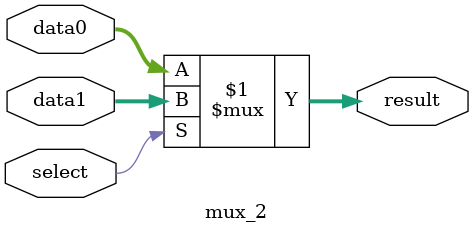
<source format=sv>
module mux_2 #(parameter WIDTH=8)(
    input logic [WIDTH-1:0] data0,data1,
    input logic select,
    output logic [WIDTH-1:0] result
);
    assign result = select?data1:data0;
endmodule
</source>
